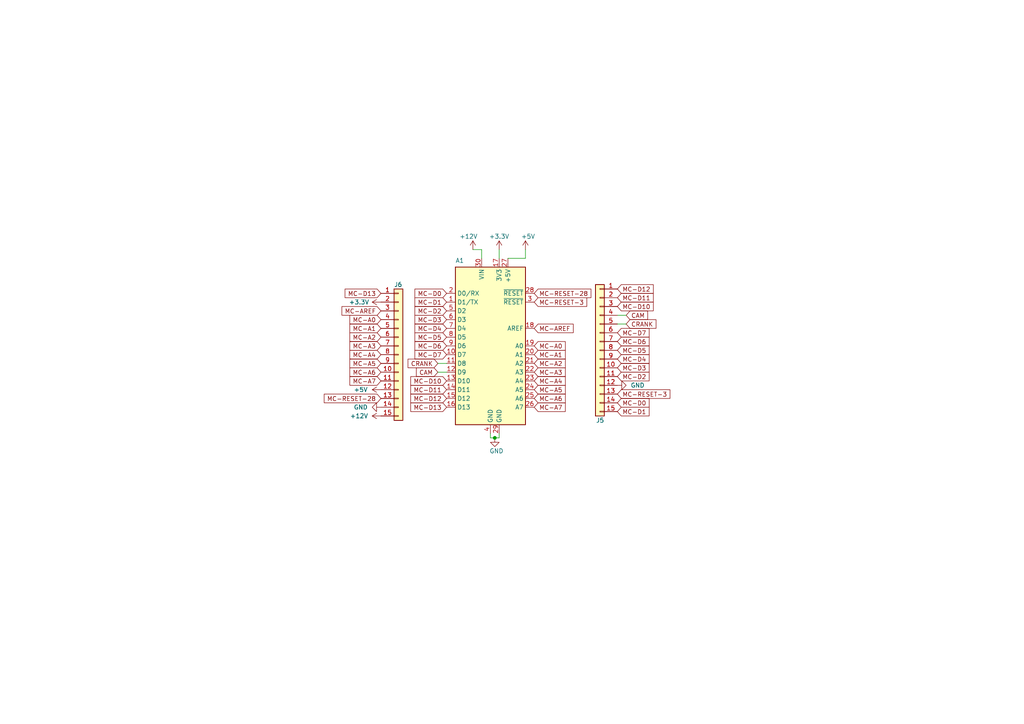
<source format=kicad_sch>
(kicad_sch (version 20230121) (generator eeschema)
  (paper "A4")
  (title_block (title "Engine Simulator") (date "2023-06-15") (rev "Production B") (company "DetonationEMS"))
  (lib_symbols
    (symbol "Connector_Generic:Conn_01x15" (pin_names (offset 1.016) hide)
      (property "Reference" "J" (at 0 20.32 0))
      (property "Value" "Conn_01x15" (at 0 -20.32 0))
      (symbol "Conn_01x15_1_1"
        (rectangle (start -1.27 -17.653) (end 0 -17.907) (stroke (width 0.1524)))
        (rectangle (start -1.27 -15.113) (end 0 -15.367) (stroke (width 0.1524)))
        (rectangle (start -1.27 -12.573) (end 0 -12.827) (stroke (width 0.1524)))
        (rectangle (start -1.27 -10.033) (end 0 -10.287) (stroke (width 0.1524)))
        (rectangle (start -1.27 -7.493) (end 0 -7.747) (stroke (width 0.1524)))
        (rectangle (start -1.27 -4.953) (end 0 -5.207) (stroke (width 0.1524)))
        (rectangle (start -1.27 -2.413) (end 0 -2.667) (stroke (width 0.1524)))
        (rectangle (start -1.27 0.127) (end 0 -0.127) (stroke (width 0.1524)))
        (rectangle (start -1.27 2.667) (end 0 2.413) (stroke (width 0.1524)))
        (rectangle (start -1.27 5.207) (end 0 4.953) (stroke (width 0.1524)))
        (rectangle (start -1.27 7.747) (end 0 7.493) (stroke (width 0.1524)))
        (rectangle (start -1.27 10.287) (end 0 10.033) (stroke (width 0.1524)))
        (rectangle (start -1.27 12.827) (end 0 12.573) (stroke (width 0.1524)))
        (rectangle (start -1.27 15.367) (end 0 15.113) (stroke (width 0.1524)))
        (rectangle (start -1.27 17.907) (end 0 17.653) (stroke (width 0.1524)))
        (rectangle (start -1.27 19.05) (end 1.27 -19.05) (stroke (width 0.254)) (fill (type background)))
        (pin passive line (at -5.08 17.78 0) (length 3.81) (name "Pin_1") (number "1"))
        (pin passive line (at -5.08 -5.08 0) (length 3.81) (name "Pin_10") (number "10"))
        (pin passive line (at -5.08 -7.62 0) (length 3.81) (name "Pin_11") (number "11"))
        (pin passive line (at -5.08 -10.16 0) (length 3.81) (name "Pin_12") (number "12"))
        (pin passive line (at -5.08 -12.7 0) (length 3.81) (name "Pin_13") (number "13"))
        (pin passive line (at -5.08 -15.24 0) (length 3.81) (name "Pin_14") (number "14"))
        (pin passive line (at -5.08 -17.78 0) (length 3.81) (name "Pin_15") (number "15"))
        (pin passive line (at -5.08 15.24 0) (length 3.81) (name "Pin_2") (number "2"))
        (pin passive line (at -5.08 12.7 0) (length 3.81) (name "Pin_3") (number "3"))
        (pin passive line (at -5.08 10.16 0) (length 3.81) (name "Pin_4") (number "4"))
        (pin passive line (at -5.08 7.62 0) (length 3.81) (name "Pin_5") (number "5"))
        (pin passive line (at -5.08 5.08 0) (length 3.81) (name "Pin_6") (number "6"))
        (pin passive line (at -5.08 2.54 0) (length 3.81) (name "Pin_7") (number "7"))
        (pin passive line (at -5.08 0 0) (length 3.81) (name "Pin_8") (number "8"))
        (pin passive line (at -5.08 -2.54 0) (length 3.81) (name "Pin_9") (number "9"))
      )
    )
    (symbol "MCU_Module:Arduino_Nano_v3.x"
      (property "Reference" "A" (at -10.16 23.495 0))
      (property "Value" "Arduino_Nano_v3.x" (at 5.08 -24.13 0))
      (symbol "Arduino_Nano_v3.x_0_1"
        (rectangle (start -10.16 22.86) (end 10.16 -22.86) (stroke (width 0.254)) (fill (type background)))
      )
      (symbol "Arduino_Nano_v3.x_1_1"
        (pin bidirectional line (at -12.7 12.7 0) (length 2.54) (name "D1/TX") (number "1"))
        (pin bidirectional line (at -12.7 -2.54 0) (length 2.54) (name "D7") (number "10"))
        (pin bidirectional line (at -12.7 -5.08 0) (length 2.54) (name "D8") (number "11"))
        (pin bidirectional line (at -12.7 -7.62 0) (length 2.54) (name "D9") (number "12"))
        (pin bidirectional line (at -12.7 -10.16 0) (length 2.54) (name "D10") (number "13"))
        (pin bidirectional line (at -12.7 -12.7 0) (length 2.54) (name "D11") (number "14"))
        (pin bidirectional line (at -12.7 -15.24 0) (length 2.54) (name "D12") (number "15"))
        (pin bidirectional line (at -12.7 -17.78 0) (length 2.54) (name "D13") (number "16"))
        (pin power_out line (at 2.54 25.4 270) (length 2.54) (name "3V3") (number "17"))
        (pin input line (at 12.7 5.08 180) (length 2.54) (name "AREF") (number "18"))
        (pin bidirectional line (at 12.7 0 180) (length 2.54) (name "A0") (number "19"))
        (pin bidirectional line (at -12.7 15.24 0) (length 2.54) (name "D0/RX") (number "2"))
        (pin bidirectional line (at 12.7 -2.54 180) (length 2.54) (name "A1") (number "20"))
        (pin bidirectional line (at 12.7 -5.08 180) (length 2.54) (name "A2") (number "21"))
        (pin bidirectional line (at 12.7 -7.62 180) (length 2.54) (name "A3") (number "22"))
        (pin bidirectional line (at 12.7 -10.16 180) (length 2.54) (name "A4") (number "23"))
        (pin bidirectional line (at 12.7 -12.7 180) (length 2.54) (name "A5") (number "24"))
        (pin bidirectional line (at 12.7 -15.24 180) (length 2.54) (name "A6") (number "25"))
        (pin bidirectional line (at 12.7 -17.78 180) (length 2.54) (name "A7") (number "26"))
        (pin power_out line (at 5.08 25.4 270) (length 2.54) (name "+5V") (number "27"))
        (pin input line (at 12.7 15.24 180) (length 2.54) (name "~{RESET}") (number "28"))
        (pin power_in line (at 2.54 -25.4 90) (length 2.54) (name "GND") (number "29"))
        (pin input line (at 12.7 12.7 180) (length 2.54) (name "~{RESET}") (number "3"))
        (pin power_in line (at -2.54 25.4 270) (length 2.54) (name "VIN") (number "30"))
        (pin power_in line (at 0 -25.4 90) (length 2.54) (name "GND") (number "4"))
        (pin bidirectional line (at -12.7 10.16 0) (length 2.54) (name "D2") (number "5"))
        (pin bidirectional line (at -12.7 7.62 0) (length 2.54) (name "D3") (number "6"))
        (pin bidirectional line (at -12.7 5.08 0) (length 2.54) (name "D4") (number "7"))
        (pin bidirectional line (at -12.7 2.54 0) (length 2.54) (name "D5") (number "8"))
        (pin bidirectional line (at -12.7 0 0) (length 2.54) (name "D6") (number "9"))
      )
    )
    (symbol "power:+12V" (power) (pin_names (offset 0))
      (property "Value" "+12V" (at 0 3.556 0))
      (symbol "+12V_0_1"
        (polyline (pts (xy -0.762 1.27) (xy 0 2.54)))
        (polyline (pts (xy 0 0) (xy 0 2.54)))
        (polyline (pts (xy 0 2.54) (xy 0.762 1.27)))
      )
      (symbol "+12V_1_1"
        (pin power_in line (at 0 0 90) (length 0) hide (name "+12V") (number "1"))
      )
    )
    (symbol "power:+3.3V" (power) (pin_names (offset 0))
      (property "Value" "+3.3V" (at 0 3.556 0))
      (symbol "+3.3V_0_1"
        (polyline (pts (xy -0.762 1.27) (xy 0 2.54)))
        (polyline (pts (xy 0 0) (xy 0 2.54)))
        (polyline (pts (xy 0 2.54) (xy 0.762 1.27)))
      )
      (symbol "+3.3V_1_1"
        (pin power_in line (at 0 0 90) (length 0) hide (name "+3.3V") (number "1"))
      )
    )
    (symbol "power:+5V" (power) (pin_names (offset 0))
      (property "Value" "+5V" (at 0 3.556 0))
      (symbol "+5V_0_1"
        (polyline (pts (xy -0.762 1.27) (xy 0 2.54)))
        (polyline (pts (xy 0 0) (xy 0 2.54)))
        (polyline (pts (xy 0 2.54) (xy 0.762 1.27)))
      )
      (symbol "+5V_1_1"
        (pin power_in line (at 0 0 90) (length 0) hide (name "+5V") (number "1"))
      )
    )
    (symbol "power:GND" (power) (pin_names (offset 0))
      (property "Value" "GND" (at 0 -3.81 0))
      (symbol "GND_0_1"
        (polyline (pts (xy 0 0) (xy 0 -1.27) (xy 1.27 -1.27) (xy 0 -2.54) (xy -1.27 -1.27) (xy 0 -1.27)))
      )
      (symbol "GND_1_1"
        (pin power_in line (at 0 0 270) (length 0) hide (name "GND") (number "1"))
      )
    )
  )
  (junction (at 143.51 127))
  (wire (pts (xy 142.24 127) (xy 143.51 127)))
  (wire (pts (xy 127 105.41) (xy 129.54 105.41)))
  (wire (pts (xy 181.61 93.98) (xy 179.07 93.98)))
  (wire (pts (xy 147.32 74.93) (xy 152.4 74.93)))
  (wire (pts (xy 144.78 127) (xy 144.78 125.73)))
  (wire (pts (xy 152.4 74.93) (xy 152.4 72.39)))
  (wire (pts (xy 142.24 125.73) (xy 142.24 127)))
  (wire (pts (xy 143.51 127) (xy 144.78 127)))
  (wire (pts (xy 144.78 72.39) (xy 144.78 74.93)))
  (wire (pts (xy 139.7 72.39) (xy 139.7 74.93)))
  (wire (pts (xy 181.61 91.44) (xy 179.07 91.44)))
  (wire (pts (xy 127 107.95) (xy 129.54 107.95)))
  (wire (pts (xy 137.16 72.39) (xy 139.7 72.39)))
  (global_label "MC-A7" (shape input) (at 110.49 110.49 180) (property "Intersheetrefs" "${INTERSHEET_REFS}" (effects hide)))
  (global_label "MC-D13" (shape input) (at 129.54 118.11 180) (property "Intersheetrefs" "${INTERSHEET_REFS}" (effects hide)))
  (global_label "MC-A5" (shape input) (at 154.94 113.03 0) (property "Intersheetrefs" "${INTERSHEET_REFS}" (effects hide)))
  (global_label "MC-A6" (shape input) (at 110.49 107.95 180) (property "Intersheetrefs" "${INTERSHEET_REFS}" (effects hide)))
  (global_label "MC-A7" (shape input) (at 154.94 118.11 0) (property "Intersheetrefs" "${INTERSHEET_REFS}" (effects hide)))
  (global_label "CAM" (shape input) (at 181.61 91.44 0) (property "Intersheetrefs" "${INTERSHEET_REFS}" (effects hide)))
  (global_label "MC-D3" (shape input) (at 179.07 106.68 0) (property "Intersheetrefs" "${INTERSHEET_REFS}" (effects hide)))
  (global_label "MC-D13" (shape input) (at 110.49 85.09 180) (property "Intersheetrefs" "${INTERSHEET_REFS}" (effects hide)))
  (global_label "MC-D4" (shape input) (at 179.07 104.14 0) (property "Intersheetrefs" "${INTERSHEET_REFS}" (effects hide)))
  (global_label "CRANK" (shape input) (at 181.61 93.98 0) (property "Intersheetrefs" "${INTERSHEET_REFS}" (effects hide)))
  (global_label "MC-RESET-3" (shape input) (at 154.94 87.63 0) (property "Intersheetrefs" "${INTERSHEET_REFS}" (effects hide)))
  (global_label "MC-RESET-28" (shape input) (at 110.49 115.57 180) (property "Intersheetrefs" "${INTERSHEET_REFS}" (effects hide)))
  (global_label "MC-A5" (shape input) (at 110.49 105.41 180) (property "Intersheetrefs" "${INTERSHEET_REFS}" (effects hide)))
  (global_label "MC-D2" (shape input) (at 179.07 109.22 0) (property "Intersheetrefs" "${INTERSHEET_REFS}" (effects hide)))
  (global_label "MC-D5" (shape input) (at 129.54 97.79 180) (property "Intersheetrefs" "${INTERSHEET_REFS}" (effects hide)))
  (global_label "MC-D6" (shape input) (at 129.54 100.33 180) (property "Intersheetrefs" "${INTERSHEET_REFS}" (effects hide)))
  (global_label "MC-D4" (shape input) (at 129.54 95.25 180) (property "Intersheetrefs" "${INTERSHEET_REFS}" (effects hide)))
  (global_label "MC-D10" (shape input) (at 179.07 88.9 0) (property "Intersheetrefs" "${INTERSHEET_REFS}" (effects hide)))
  (global_label "CAM" (shape input) (at 127 107.95 180) (property "Intersheetrefs" "${INTERSHEET_REFS}" (effects hide)))
  (global_label "MC-D0" (shape input) (at 129.54 85.09 180) (property "Intersheetrefs" "${INTERSHEET_REFS}" (effects hide)))
  (global_label "MC-D1" (shape input) (at 129.54 87.63 180) (property "Intersheetrefs" "${INTERSHEET_REFS}" (effects hide)))
  (global_label "MC-D3" (shape input) (at 129.54 92.71 180) (property "Intersheetrefs" "${INTERSHEET_REFS}" (effects hide)))
  (global_label "MC-A3" (shape input) (at 154.94 107.95 0) (property "Intersheetrefs" "${INTERSHEET_REFS}" (effects hide)))
  (global_label "MC-A3" (shape input) (at 110.49 100.33 180) (property "Intersheetrefs" "${INTERSHEET_REFS}" (effects hide)))
  (global_label "MC-A0" (shape input) (at 110.49 92.71 180) (property "Intersheetrefs" "${INTERSHEET_REFS}" (effects hide)))
  (global_label "MC-D12" (shape input) (at 179.07 83.82 0) (property "Intersheetrefs" "${INTERSHEET_REFS}" (effects hide)))
  (global_label "MC-A0" (shape input) (at 154.94 100.33 0) (property "Intersheetrefs" "${INTERSHEET_REFS}" (effects hide)))
  (global_label "MC-AREF" (shape input) (at 154.94 95.25 0) (property "Intersheetrefs" "${INTERSHEET_REFS}" (effects hide)))
  (global_label "MC-RESET-3" (shape input) (at 179.07 114.3 0) (property "Intersheetrefs" "${INTERSHEET_REFS}" (effects hide)))
  (global_label "MC-A6" (shape input) (at 154.94 115.57 0) (property "Intersheetrefs" "${INTERSHEET_REFS}" (effects hide)))
  (global_label "MC-D7" (shape input) (at 179.07 96.52 0) (property "Intersheetrefs" "${INTERSHEET_REFS}" (effects hide)))
  (global_label "MC-D7" (shape input) (at 129.54 102.87 180) (property "Intersheetrefs" "${INTERSHEET_REFS}" (effects hide)))
  (global_label "MC-A4" (shape input) (at 110.49 102.87 180) (property "Intersheetrefs" "${INTERSHEET_REFS}" (effects hide)))
  (global_label "MC-D11" (shape input) (at 129.54 113.03 180) (property "Intersheetrefs" "${INTERSHEET_REFS}" (effects hide)))
  (global_label "MC-A1" (shape input) (at 154.94 102.87 0) (property "Intersheetrefs" "${INTERSHEET_REFS}" (effects hide)))
  (global_label "MC-D6" (shape input) (at 179.07 99.06 0) (property "Intersheetrefs" "${INTERSHEET_REFS}" (effects hide)))
  (global_label "MC-RESET-28" (shape input) (at 154.94 85.09 0) (property "Intersheetrefs" "${INTERSHEET_REFS}" (effects hide)))
  (global_label "MC-AREF" (shape input) (at 110.49 90.17 180) (property "Intersheetrefs" "${INTERSHEET_REFS}" (effects hide)))
  (global_label "MC-A4" (shape input) (at 154.94 110.49 0) (property "Intersheetrefs" "${INTERSHEET_REFS}" (effects hide)))
  (global_label "MC-D10" (shape input) (at 129.54 110.49 180) (property "Intersheetrefs" "${INTERSHEET_REFS}" (effects hide)))
  (global_label "MC-A2" (shape input) (at 154.94 105.41 0) (property "Intersheetrefs" "${INTERSHEET_REFS}" (effects hide)))
  (global_label "MC-D5" (shape input) (at 179.07 101.6 0) (property "Intersheetrefs" "${INTERSHEET_REFS}" (effects hide)))
  (global_label "MC-D0" (shape input) (at 179.07 116.84 0) (property "Intersheetrefs" "${INTERSHEET_REFS}" (effects hide)))
  (global_label "MC-D1" (shape input) (at 179.07 119.38 0) (property "Intersheetrefs" "${INTERSHEET_REFS}" (effects hide)))
  (global_label "MC-D2" (shape input) (at 129.54 90.17 180) (property "Intersheetrefs" "${INTERSHEET_REFS}" (effects hide)))
  (global_label "CRANK" (shape input) (at 127 105.41 180) (property "Intersheetrefs" "${INTERSHEET_REFS}" (effects hide)))
  (global_label "MC-D11" (shape input) (at 179.07 86.36 0) (property "Intersheetrefs" "${INTERSHEET_REFS}" (effects hide)))
  (global_label "MC-A2" (shape input) (at 110.49 97.79 180) (property "Intersheetrefs" "${INTERSHEET_REFS}" (effects hide)))
  (global_label "MC-A1" (shape input) (at 110.49 95.25 180) (property "Intersheetrefs" "${INTERSHEET_REFS}" (effects hide)))
  (global_label "MC-D12" (shape input) (at 129.54 115.57 180) (property "Intersheetrefs" "${INTERSHEET_REFS}" (effects hide)))
  (symbol (lib_id "power:+3.3V") (at 110.49 87.63 90) (unit 1)
    (property "Reference" "#PWR0107" (effects hide))
    (property "Value" "+3.3V" (at 104.14 87.63 90))
    (instances (project "Simulator" (path "" (reference "#PWR0107") (unit 1)) (path "" (reference "#PWR030") (unit 1))))
  )
  (symbol (lib_id "power:GND") (at 179.07 111.76 90) (unit 1)
    (property "Reference" "#PWR0111" (effects hide))
    (property "Value" "GND" (at 182.88 111.76 90) (effects (justify right)))
    (instances (project "Simulator" (path "" (reference "#PWR0111") (unit 1)) (path "" (reference "#PWR052") (unit 1))))
  )
  (symbol (lib_id "power:+5V") (at 152.4 72.39 0) (unit 1)
    (property "Reference" "#PWR059" (effects hide))
    (property "Value" "+5V" (at 151.13 68.58 0) (effects (justify left)))
    (instances (project "Simulator" (path "" (reference "#PWR059") (unit 1)) (path "" (reference "#PWR049") (unit 1))))
  )
  (symbol (lib_id "power:+12V") (at 137.16 72.39 0) (unit 1)
    (property "Reference" "#PWR056" (effects hide))
    (property "Value" "+12V" (at 135.89 68.58 0))
    (instances (project "Simulator" (path "" (reference "#PWR056") (unit 1)) (path "" (reference "#PWR034") (unit 1))))
  )
  (symbol (lib_id "Connector_Generic:Conn_01x15") (at 173.99 101.6 0) (mirror y) (unit 1)
    (property "Reference" "J5" (at 175.26 121.92 0) (effects (justify left)))
    (property "Value" "Conn_01x04" (effects hide))
    (property "Footprint" "Connector_PinSocket_2.54mm:PinSocket_1x15_P2.54mm_Vertical" (effects hide))
  )
  (symbol (lib_id "Connector_Generic:Conn_01x15") (at 115.57 102.87 0) (unit 1)
    (property "Reference" "J6" (at 114.3 82.55 0) (effects (justify left)))
    (property "Value" "Conn_01x04" (effects hide))
    (property "Footprint" "Connector_PinSocket_2.54mm:PinSocket_1x15_P2.54mm_Vertical" (effects hide))
  )
  (symbol (lib_id "power:+5V") (at 110.49 113.03 90) (unit 1)
    (property "Reference" "#PWR0108" (effects hide))
    (property "Value" "+5V" (at 106.68 113.03 90) (effects (justify left)))
    (instances (project "Simulator" (path "" (reference "#PWR0108") (unit 1)) (path "" (reference "#PWR031") (unit 1))))
  )
  (symbol (lib_id "MCU_Module:Arduino_Nano_v3.x") (at 142.24 100.33 0) (unit 1) (in_bom no)
    (property "Reference" "A1" (at 133.35 75.565 0))
    (property "Value" "Arduino_Nano_v3.x" (effects hide))
    (property "Footprint" "Module:Arduino_Nano" (effects hide))
    (property "Datasheet" "http://www.mouser.com/pdfdocs/Gravitech_Arduino_Nano3_0.pdf" (effects hide))
  )
  (symbol (lib_id "power:GND") (at 143.51 127 0) (unit 1)
    (property "Reference" "#PWR057" (effects hide))
    (property "Value" "GND" (at 146.05 130.81 0) (effects (justify right)))
    (instances (project "Simulator" (path "" (reference "#PWR057") (unit 1)) (path "" (reference "#PWR045") (unit 1))))
  )
  (symbol (lib_id "power:+3.3V") (at 144.78 72.39 0) (unit 1)
    (property "Reference" "#PWR0106" (effects hide))
    (property "Value" "+3.3V" (at 144.78 68.58 0))
    (instances (project "Simulator" (path "" (reference "#PWR0106") (unit 1)) (path "" (reference "#PWR048") (unit 1))))
  )
  (symbol (lib_id "power:GND") (at 110.49 118.11 270) (unit 1)
    (property "Reference" "#PWR0109" (effects hide))
    (property "Value" "GND" (at 106.68 118.11 90) (effects (justify right)))
    (instances (project "Simulator" (path "" (reference "#PWR0109") (unit 1)) (path "" (reference "#PWR032") (unit 1))))
  )
  (symbol (lib_id "power:+12V") (at 110.49 120.65 90) (unit 1)
    (property "Reference" "#PWR0110" (effects hide))
    (property "Value" "+12V" (at 104.14 120.65 90))
    (instances (project "Simulator" (path "" (reference "#PWR0110") (unit 1)) (path "" (reference "#PWR033") (unit 1))))
  )
)
</source>
